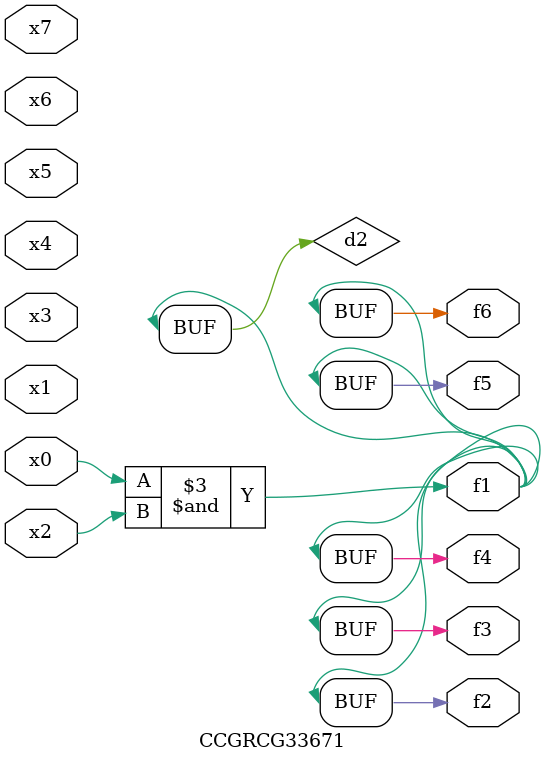
<source format=v>
module CCGRCG33671(
	input x0, x1, x2, x3, x4, x5, x6, x7,
	output f1, f2, f3, f4, f5, f6
);

	wire d1, d2;

	nor (d1, x3, x6);
	and (d2, x0, x2);
	assign f1 = d2;
	assign f2 = d2;
	assign f3 = d2;
	assign f4 = d2;
	assign f5 = d2;
	assign f6 = d2;
endmodule

</source>
